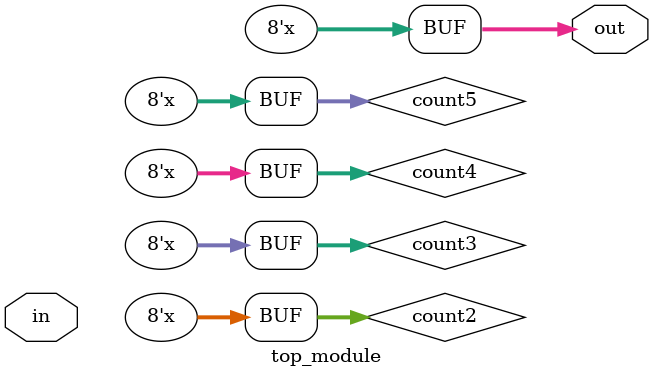
<source format=sv>
module top_module (
    input [254:0] in,
    output reg [7:0] out
);

// Create a cascade of adders to count the population
reg [7:0] count1, count2, count3, count4, count5;

always @(*) begin
    // First layer of 16 8-bit adders
    count1 = {1'b0, in[15:0]}  + {1'b0, in[31:16]} + {1'b0, in[47:32]} + {1'b0, in[63:48]} +
             {1'b0, in[79:64]} + {1'b0, in[95:80]} + {1'b0, in[111:96]} + {1'b0, in[127:112]} +
             {1'b0, in[143:128]} + {1'b0, in[159:144]} + {1'b0, in[175:160]} + {1'b0, in[191:176]} +
             {1'b0, in[207:192]} + {1'b0, in[223:208]} + {1'b0, in[239:224]} + {1'b0, in[254:240]};

    // Second layer of 4 16-bit adders
    count2 = {1'b0, count1[15:0]} + {1'b0, count1[31:16]} + {1'b0, count1[47:32]} + {1'b0, count1[63:48]};
    count3 = {1'b0, count1[79:64]} + {1'b0, count1[95:80]} + {1'b0, count1[111:96]} + {1'b0, count1[127:112]};
    count4 = {1'b0, count1[143:128]} + {1'b0, count1[159:144]} + {1'b0, count1[175:160]} + {1'b0, count1[191:176]};
    count5 = {1'b0, count1[207:192]} + {1'b0, count1[223:208]} + {1'b0, count1[239:224]} + {1'b0, count1[254:240]};

    // Final layer of 1 32-bit adder
    out = count2 + count3 + count4 + count5;
end

endmodule

</source>
